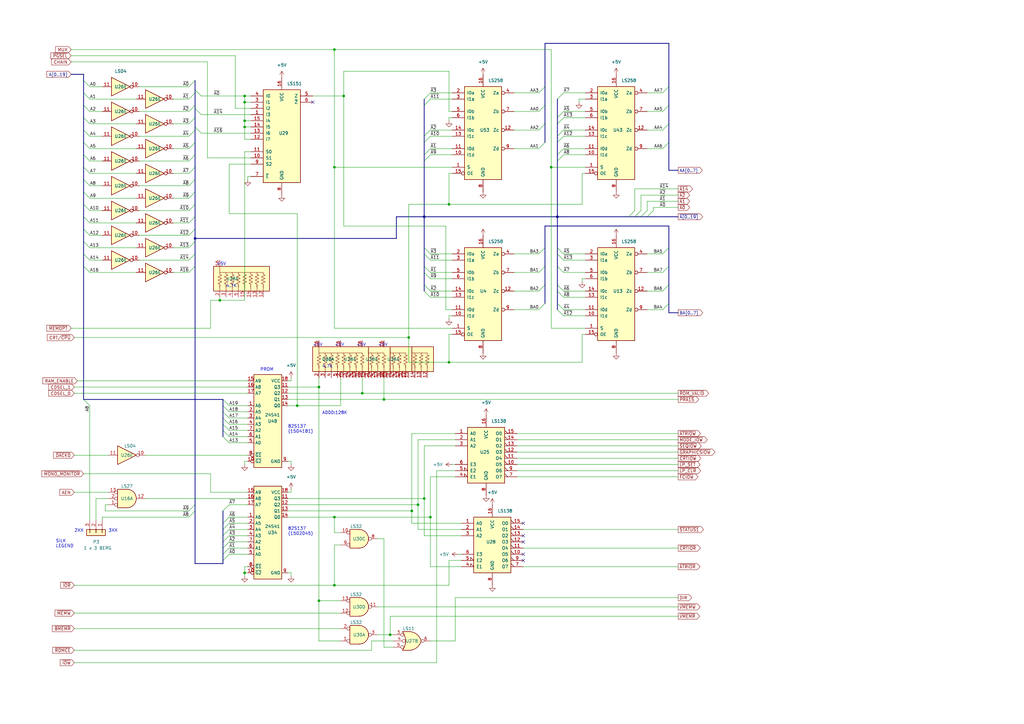
<source format=kicad_sch>
(kicad_sch (version 20230121) (generator eeschema)
  (paper "A3")
  (junction (at 173.99 204.47))
  (junction (at 140.97 39.37))
  (junction (at 90.17 123.19))
  (junction (at 173.99 88.9))
  (junction (at 137.16 240.03))
  (junction (at 168.91 209.55))
  (junction (at 160.02 260.35))
  (junction (at 176.53 212.09))
  (junction (at 80.01 97.79))
  (junction (at 148.59 161.29))
  (junction (at 167.64 138.43))
  (junction (at 157.48 163.83))
  (junction (at 100.33 49.53))
  (junction (at 184.15 148.59))
  (junction (at 130.81 246.38))
  (junction (at 100.33 234.95))
  (junction (at 100.33 39.37))
  (junction (at 121.92 166.37))
  (junction (at 226.06 68.58))
  (junction (at 137.16 212.09))
  (junction (at 137.16 20.32))
  (junction (at 171.45 207.01))
  (junction (at 137.16 68.58))
  (junction (at 184.15 83.82))
  (junction (at 228.6 88.9))
  (junction (at 100.33 52.07))
  (junction (at 130.81 158.75))
  (junction (at 100.33 41.91))
  (no_connect (at 214.63 219.71))
  (no_connect (at 214.63 214.63))
  (no_connect (at 214.63 227.33))
  (no_connect (at 214.63 229.87))
  (no_connect (at 128.27 41.91))
  (no_connect (at 214.63 222.25))
  (bus_entry (at 220.98 38.1) (size 2.54 -2.54))
  (bus_entry (at 228.6 48.26) (size 2.54 -2.54))
  (bus_entry (at 228.6 58.42) (size 2.54 -2.54))
  (bus_entry (at 260.35 88.9) (size 2.54 -2.54))
  (bus_entry (at 173.99 66.04) (size 2.54 -2.54))
  (bus_entry (at 271.78 60.96) (size 2.54 -2.54))
  (bus_entry (at 34.29 163.83) (size 2.54 2.54))
  (bus_entry (at 34.29 78.74) (size 2.54 2.54))
  (bus_entry (at 231.14 119.38) (size -2.54 -2.54))
  (bus_entry (at 34.29 33.02) (size 2.54 2.54))
  (bus_entry (at 77.47 50.8) (size 2.54 -2.54))
  (bus_entry (at 173.99 43.18) (size 2.54 -2.54))
  (bus_entry (at 231.14 121.92) (size -2.54 -2.54))
  (bus_entry (at 91.44 222.25) (size 2.54 -2.54))
  (bus_entry (at 220.98 111.76) (size 2.54 -2.54))
  (bus_entry (at 173.99 109.22) (size 2.54 2.54))
  (bus_entry (at 271.78 111.76) (size 2.54 -2.54))
  (bus_entry (at 91.44 209.55) (size 2.54 -2.54))
  (bus_entry (at 77.47 55.88) (size 2.54 -2.54))
  (bus_entry (at 91.44 219.71) (size 2.54 -2.54))
  (bus_entry (at 173.99 63.5) (size 2.54 -2.54))
  (bus_entry (at 91.44 227.33) (size 2.54 -2.54))
  (bus_entry (at 257.81 88.9) (size 2.54 -2.54))
  (bus_entry (at 34.29 43.18) (size 2.54 2.54))
  (bus_entry (at 91.44 171.45) (size 2.54 2.54))
  (bus_entry (at 77.47 111.76) (size 2.54 -2.54))
  (bus_entry (at 91.44 217.17) (size 2.54 -2.54))
  (bus_entry (at 231.14 127) (size -2.54 -2.54))
  (bus_entry (at 80.01 36.83) (size 2.54 2.54))
  (bus_entry (at 220.98 104.14) (size 2.54 -2.54))
  (bus_entry (at 220.98 60.96) (size 2.54 -2.54))
  (bus_entry (at 220.98 119.38) (size 2.54 -2.54))
  (bus_entry (at 228.6 50.8) (size 2.54 -2.54))
  (bus_entry (at 271.78 45.72) (size 2.54 -2.54))
  (bus_entry (at 173.99 104.14) (size 2.54 2.54))
  (bus_entry (at 77.47 66.04) (size 2.54 -2.54))
  (bus_entry (at 173.99 111.76) (size 2.54 2.54))
  (bus_entry (at 91.44 176.53) (size 2.54 2.54))
  (bus_entry (at 220.98 45.72) (size 2.54 -2.54))
  (bus_entry (at 173.99 40.64) (size 2.54 -2.54))
  (bus_entry (at 34.29 88.9) (size 2.54 2.54))
  (bus_entry (at 77.47 91.44) (size 2.54 -2.54))
  (bus_entry (at 77.47 86.36) (size 2.54 -2.54))
  (bus_entry (at 77.47 81.28) (size 2.54 -2.54))
  (bus_entry (at 91.44 179.07) (size 2.54 2.54))
  (bus_entry (at 34.29 48.26) (size 2.54 2.54))
  (bus_entry (at 77.47 96.52) (size 2.54 -2.54))
  (bus_entry (at 34.29 73.66) (size 2.54 2.54))
  (bus_entry (at 77.47 209.55) (size 2.54 -2.54))
  (bus_entry (at 91.44 168.91) (size 2.54 2.54))
  (bus_entry (at 231.14 129.54) (size -2.54 -2.54))
  (bus_entry (at 271.78 38.1) (size 2.54 -2.54))
  (bus_entry (at 228.6 63.5) (size 2.54 -2.54))
  (bus_entry (at 173.99 101.6) (size 2.54 2.54))
  (bus_entry (at 34.29 58.42) (size 2.54 2.54))
  (bus_entry (at 231.14 106.68) (size -2.54 -2.54))
  (bus_entry (at 220.98 53.34) (size 2.54 -2.54))
  (bus_entry (at 82.55 54.61) (size -2.54 -2.54))
  (bus_entry (at 220.98 127) (size 2.54 -2.54))
  (bus_entry (at 228.6 40.64) (size 2.54 -2.54))
  (bus_entry (at 77.47 106.68) (size 2.54 -2.54))
  (bus_entry (at 262.89 88.9) (size 2.54 -2.54))
  (bus_entry (at 271.78 127) (size 2.54 -2.54))
  (bus_entry (at 77.47 35.56) (size 2.54 -2.54))
  (bus_entry (at 173.99 55.88) (size 2.54 -2.54))
  (bus_entry (at 77.47 45.72) (size 2.54 -2.54))
  (bus_entry (at 173.99 58.42) (size 2.54 -2.54))
  (bus_entry (at 228.6 55.88) (size 2.54 -2.54))
  (bus_entry (at 34.29 93.98) (size 2.54 2.54))
  (bus_entry (at 34.29 53.34) (size 2.54 2.54))
  (bus_entry (at 77.47 101.6) (size 2.54 -2.54))
  (bus_entry (at 34.29 99.06) (size 2.54 2.54))
  (bus_entry (at 34.29 83.82) (size 2.54 2.54))
  (bus_entry (at 228.6 66.04) (size 2.54 -2.54))
  (bus_entry (at 231.14 111.76) (size -2.54 -2.54))
  (bus_entry (at 91.44 166.37) (size 2.54 2.54))
  (bus_entry (at 34.29 104.14) (size 2.54 2.54))
  (bus_entry (at 231.14 104.14) (size -2.54 -2.54))
  (bus_entry (at 91.44 229.87) (size 2.54 -2.54))
  (bus_entry (at 77.47 212.09) (size 2.54 -2.54))
  (bus_entry (at 34.29 38.1) (size 2.54 2.54))
  (bus_entry (at 34.29 68.58) (size 2.54 2.54))
  (bus_entry (at 34.29 109.22) (size 2.54 2.54))
  (bus_entry (at 91.44 224.79) (size 2.54 -2.54))
  (bus_entry (at 80.01 44.45) (size 2.54 2.54))
  (bus_entry (at 271.78 119.38) (size 2.54 -2.54))
  (bus_entry (at 173.99 116.84) (size 2.54 2.54))
  (bus_entry (at 271.78 53.34) (size 2.54 -2.54))
  (bus_entry (at 91.44 163.83) (size 2.54 2.54))
  (bus_entry (at 91.44 173.99) (size 2.54 2.54))
  (bus_entry (at 77.47 40.64) (size 2.54 -2.54))
  (bus_entry (at 77.47 76.2) (size 2.54 -2.54))
  (bus_entry (at 34.29 63.5) (size 2.54 2.54))
  (bus_entry (at 77.47 71.12) (size 2.54 -2.54))
  (bus_entry (at 271.78 104.14) (size 2.54 -2.54))
  (bus_entry (at 173.99 119.38) (size 2.54 2.54))
  (bus_entry (at 265.43 88.9) (size 2.54 -2.54))
  (bus_entry (at 91.44 214.63) (size 2.54 -2.54))
  (bus_entry (at 77.47 60.96) (size 2.54 -2.54))
  (wire (pts (xy 93.98 212.09) (xy 101.6 212.09)))
  (wire (pts (xy 154.94 248.92) (xy 278.13 248.92)))
  (bus (pts (xy 34.29 43.18) (xy 34.29 38.1)))
  (wire (pts (xy 118.11 163.83) (xy 157.48 163.83)))
  (bus (pts (xy 173.99 66.04) (xy 173.99 88.9)))
  (wire (pts (xy 212.09 195.58) (xy 278.13 195.58)))
  (wire (pts (xy 152.4 262.89) (xy 152.4 266.7)))
  (bus (pts (xy 173.99 58.42) (xy 173.99 63.5)))
  (bus (pts (xy 274.32 109.22) (xy 274.32 116.84)))
  (bus (pts (xy 223.52 58.42) (xy 223.52 50.8)))
  (bus (pts (xy 228.6 66.04) (xy 228.6 88.9)))
  (bus (pts (xy 80.01 78.74) (xy 80.01 73.66)))
  (wire (pts (xy 82.55 39.37) (xy 100.33 39.37)))
  (bus (pts (xy 228.6 104.14) (xy 228.6 109.22)))
  (bus (pts (xy 274.32 116.84) (xy 274.32 124.46)))
  (wire (pts (xy 93.98 227.33) (xy 101.6 227.33)))
  (wire (pts (xy 93.98 214.63) (xy 101.6 214.63)))
  (bus (pts (xy 274.32 17.78) (xy 274.32 35.56)))
  (bus (pts (xy 223.52 101.6) (xy 223.52 92.71)))
  (wire (pts (xy 186.69 262.89) (xy 186.69 245.11)))
  (wire (pts (xy 57.15 55.88) (xy 77.47 55.88)))
  (wire (pts (xy 231.14 119.38) (xy 240.03 119.38)))
  (wire (pts (xy 119.38 236.22) (xy 119.38 234.95)))
  (wire (pts (xy 186.69 180.34) (xy 171.45 180.34)))
  (wire (pts (xy 186.69 177.8) (xy 168.91 177.8)))
  (wire (pts (xy 118.11 161.29) (xy 148.59 161.29)))
  (wire (pts (xy 121.92 87.63) (xy 93.98 87.63)))
  (wire (pts (xy 121.92 166.37) (xy 139.7 166.37)))
  (bus (pts (xy 173.99 104.14) (xy 173.99 109.22)))
  (wire (pts (xy 102.87 39.37) (xy 100.33 39.37)))
  (wire (pts (xy 36.83 50.8) (xy 55.88 50.8)))
  (wire (pts (xy 184.15 48.26) (xy 184.15 49.53)))
  (wire (pts (xy 93.98 224.79) (xy 101.6 224.79)))
  (wire (pts (xy 36.83 106.68) (xy 41.91 106.68)))
  (wire (pts (xy 100.33 52.07) (xy 100.33 57.15)))
  (bus (pts (xy 173.99 88.9) (xy 173.99 101.6)))
  (bus (pts (xy 34.29 88.9) (xy 34.29 83.82)))
  (wire (pts (xy 176.53 262.89) (xy 186.69 262.89)))
  (wire (pts (xy 184.15 240.03) (xy 184.15 229.87)))
  (bus (pts (xy 262.89 88.9) (xy 265.43 88.9)))
  (wire (pts (xy 93.98 222.25) (xy 101.6 222.25)))
  (wire (pts (xy 137.16 240.03) (xy 184.15 240.03)))
  (bus (pts (xy 80.01 73.66) (xy 80.01 68.58)))
  (wire (pts (xy 185.42 68.58) (xy 137.16 68.58)))
  (wire (pts (xy 140.97 92.71) (xy 140.97 39.37)))
  (wire (pts (xy 44.45 207.01) (xy 43.18 207.01)))
  (wire (pts (xy 130.81 158.75) (xy 130.81 246.38)))
  (wire (pts (xy 100.33 62.23) (xy 102.87 62.23)))
  (wire (pts (xy 93.98 176.53) (xy 101.6 176.53)))
  (wire (pts (xy 36.83 111.76) (xy 55.88 111.76)))
  (bus (pts (xy 80.01 109.22) (xy 80.01 104.14)))
  (wire (pts (xy 57.15 35.56) (xy 77.47 35.56)))
  (wire (pts (xy 93.98 171.45) (xy 101.6 171.45)))
  (wire (pts (xy 43.18 207.01) (xy 43.18 209.55)))
  (wire (pts (xy 238.76 148.59) (xy 184.15 148.59)))
  (wire (pts (xy 161.29 265.43) (xy 157.48 265.43)))
  (wire (pts (xy 240.03 71.12) (xy 238.76 71.12)))
  (wire (pts (xy 185.42 190.5) (xy 186.69 190.5)))
  (bus (pts (xy 173.99 55.88) (xy 173.99 58.42)))
  (bus (pts (xy 80.01 43.18) (xy 80.01 38.1)))
  (wire (pts (xy 130.81 262.89) (xy 139.7 262.89)))
  (bus (pts (xy 34.29 109.22) (xy 34.29 163.83)))
  (bus (pts (xy 223.52 43.18) (xy 223.52 35.56)))
  (wire (pts (xy 102.87 72.39) (xy 101.6 72.39)))
  (wire (pts (xy 44.45 204.47) (xy 39.37 204.47)))
  (wire (pts (xy 43.18 209.55) (xy 77.47 209.55)))
  (wire (pts (xy 210.82 45.72) (xy 220.98 45.72)))
  (wire (pts (xy 137.16 20.32) (xy 137.16 68.58)))
  (wire (pts (xy 119.38 190.5) (xy 119.38 189.23)))
  (bus (pts (xy 91.44 227.33) (xy 91.44 229.87)))
  (wire (pts (xy 176.53 195.58) (xy 176.53 212.09)))
  (bus (pts (xy 228.6 109.22) (xy 228.6 116.84)))
  (wire (pts (xy 176.53 40.64) (xy 185.42 40.64)))
  (wire (pts (xy 102.87 44.45) (xy 96.52 44.45)))
  (wire (pts (xy 176.53 114.3) (xy 185.42 114.3)))
  (wire (pts (xy 212.09 190.5) (xy 278.13 190.5)))
  (wire (pts (xy 231.14 104.14) (xy 240.03 104.14)))
  (wire (pts (xy 93.98 67.31) (xy 102.87 67.31)))
  (wire (pts (xy 184.15 148.59) (xy 184.15 137.16)))
  (bus (pts (xy 162.56 97.79) (xy 162.56 88.9)))
  (wire (pts (xy 86.36 134.62) (xy 86.36 123.19)))
  (wire (pts (xy 182.88 127) (xy 182.88 92.71)))
  (wire (pts (xy 210.82 119.38) (xy 220.98 119.38)))
  (wire (pts (xy 167.64 148.59) (xy 184.15 148.59)))
  (wire (pts (xy 101.6 72.39) (xy 101.6 73.66)))
  (wire (pts (xy 100.33 57.15) (xy 102.87 57.15)))
  (wire (pts (xy 71.12 101.6) (xy 77.47 101.6)))
  (wire (pts (xy 118.11 212.09) (xy 137.16 212.09)))
  (wire (pts (xy 36.83 35.56) (xy 41.91 35.56)))
  (wire (pts (xy 86.36 123.19) (xy 90.17 123.19)))
  (bus (pts (xy 34.29 58.42) (xy 34.29 53.34)))
  (wire (pts (xy 34.29 194.31) (xy 86.36 194.31)))
  (bus (pts (xy 173.99 43.18) (xy 173.99 55.88)))
  (wire (pts (xy 30.48 161.29) (xy 101.6 161.29)))
  (bus (pts (xy 173.99 101.6) (xy 173.99 104.14)))
  (bus (pts (xy 274.32 101.6) (xy 274.32 109.22)))
  (wire (pts (xy 93.98 179.07) (xy 101.6 179.07)))
  (wire (pts (xy 212.09 182.88) (xy 278.13 182.88)))
  (bus (pts (xy 91.44 214.63) (xy 91.44 217.17)))
  (wire (pts (xy 130.81 158.75) (xy 130.81 154.94)))
  (wire (pts (xy 184.15 45.72) (xy 184.15 29.21)))
  (wire (pts (xy 184.15 29.21) (xy 140.97 29.21)))
  (bus (pts (xy 80.01 97.79) (xy 162.56 97.79)))
  (wire (pts (xy 157.48 220.98) (xy 154.94 220.98)))
  (bus (pts (xy 228.6 40.64) (xy 228.6 48.26)))
  (wire (pts (xy 167.64 138.43) (xy 167.64 148.59)))
  (wire (pts (xy 212.09 185.42) (xy 278.13 185.42)))
  (wire (pts (xy 36.83 66.04) (xy 41.91 66.04)))
  (bus (pts (xy 91.44 171.45) (xy 91.44 173.99)))
  (wire (pts (xy 86.36 201.93) (xy 86.36 194.31)))
  (wire (pts (xy 176.53 232.41) (xy 189.23 232.41)))
  (bus (pts (xy 223.52 35.56) (xy 223.52 17.78)))
  (wire (pts (xy 267.97 86.36) (xy 267.97 85.09)))
  (wire (pts (xy 130.81 246.38) (xy 139.7 246.38)))
  (wire (pts (xy 184.15 137.16) (xy 185.42 137.16)))
  (wire (pts (xy 186.69 193.04) (xy 179.07 193.04)))
  (wire (pts (xy 100.33 49.53) (xy 100.33 52.07)))
  (bus (pts (xy 274.32 50.8) (xy 274.32 58.42)))
  (bus (pts (xy 91.44 176.53) (xy 91.44 179.07)))
  (wire (pts (xy 262.89 80.01) (xy 278.13 80.01)))
  (wire (pts (xy 36.83 101.6) (xy 55.88 101.6)))
  (bus (pts (xy 80.01 104.14) (xy 80.01 99.06)))
  (bus (pts (xy 80.01 38.1) (xy 80.01 36.83)))
  (wire (pts (xy 187.96 227.33) (xy 189.23 227.33)))
  (wire (pts (xy 231.14 121.92) (xy 240.03 121.92)))
  (wire (pts (xy 184.15 83.82) (xy 167.64 83.82)))
  (wire (pts (xy 101.6 232.41) (xy 100.33 232.41)))
  (wire (pts (xy 29.21 25.4) (xy 85.09 25.4)))
  (wire (pts (xy 184.15 71.12) (xy 185.42 71.12)))
  (wire (pts (xy 212.09 180.34) (xy 278.13 180.34)))
  (wire (pts (xy 231.14 106.68) (xy 240.03 106.68)))
  (wire (pts (xy 100.33 49.53) (xy 102.87 49.53)))
  (bus (pts (xy 34.29 38.1) (xy 34.29 33.02)))
  (wire (pts (xy 57.15 86.36) (xy 77.47 86.36)))
  (wire (pts (xy 265.43 86.36) (xy 265.43 82.55)))
  (wire (pts (xy 30.48 257.81) (xy 139.7 257.81)))
  (wire (pts (xy 160.02 260.35) (xy 160.02 252.73)))
  (bus (pts (xy 91.44 173.99) (xy 91.44 176.53)))
  (wire (pts (xy 210.82 38.1) (xy 220.98 38.1)))
  (wire (pts (xy 36.83 71.12) (xy 55.88 71.12)))
  (wire (pts (xy 238.76 114.3) (xy 240.03 114.3)))
  (wire (pts (xy 265.43 82.55) (xy 278.13 82.55)))
  (bus (pts (xy 173.99 40.64) (xy 173.99 43.18)))
  (wire (pts (xy 57.15 96.52) (xy 77.47 96.52)))
  (bus (pts (xy 34.29 33.02) (xy 34.29 30.48)))
  (wire (pts (xy 101.6 201.93) (xy 86.36 201.93)))
  (wire (pts (xy 265.43 53.34) (xy 271.78 53.34)))
  (wire (pts (xy 118.11 158.75) (xy 130.81 158.75)))
  (bus (pts (xy 274.32 128.27) (xy 278.13 128.27)))
  (bus (pts (xy 223.52 124.46) (xy 223.52 116.84)))
  (wire (pts (xy 100.33 189.23) (xy 100.33 190.5)))
  (wire (pts (xy 176.53 121.92) (xy 185.42 121.92)))
  (wire (pts (xy 119.38 200.66) (xy 119.38 201.93)))
  (wire (pts (xy 100.33 234.95) (xy 100.33 236.22)))
  (bus (pts (xy 91.44 224.79) (xy 91.44 227.33)))
  (bus (pts (xy 80.01 207.01) (xy 80.01 209.55)))
  (bus (pts (xy 274.32 35.56) (xy 274.32 43.18)))
  (wire (pts (xy 119.38 154.94) (xy 119.38 156.21)))
  (wire (pts (xy 176.53 104.14) (xy 185.42 104.14)))
  (bus (pts (xy 80.01 58.42) (xy 80.01 53.34)))
  (bus (pts (xy 228.6 88.9) (xy 257.81 88.9)))
  (wire (pts (xy 184.15 229.87) (xy 189.23 229.87)))
  (bus (pts (xy 34.29 83.82) (xy 34.29 78.74)))
  (wire (pts (xy 184.15 129.54) (xy 184.15 130.81)))
  (bus (pts (xy 260.35 88.9) (xy 262.89 88.9)))
  (wire (pts (xy 173.99 204.47) (xy 173.99 182.88)))
  (bus (pts (xy 34.29 78.74) (xy 34.29 73.66)))
  (wire (pts (xy 231.14 53.34) (xy 240.03 53.34)))
  (bus (pts (xy 173.99 63.5) (xy 173.99 66.04)))
  (bus (pts (xy 162.56 88.9) (xy 173.99 88.9)))
  (wire (pts (xy 137.16 68.58) (xy 137.16 134.62)))
  (wire (pts (xy 184.15 71.12) (xy 184.15 83.82)))
  (bus (pts (xy 173.99 109.22) (xy 173.99 111.76)))
  (wire (pts (xy 139.7 166.37) (xy 139.7 154.94)))
  (wire (pts (xy 265.43 104.14) (xy 271.78 104.14)))
  (wire (pts (xy 118.11 156.21) (xy 119.38 156.21)))
  (bus (pts (xy 228.6 124.46) (xy 228.6 127)))
  (bus (pts (xy 223.52 92.71) (xy 274.32 92.71)))
  (bus (pts (xy 80.01 88.9) (xy 80.01 93.98)))
  (bus (pts (xy 34.29 109.22) (xy 34.29 104.14)))
  (wire (pts (xy 100.33 41.91) (xy 102.87 41.91)))
  (wire (pts (xy 231.14 55.88) (xy 240.03 55.88)))
  (wire (pts (xy 118.11 234.95) (xy 119.38 234.95)))
  (wire (pts (xy 231.14 48.26) (xy 240.03 48.26)))
  (wire (pts (xy 267.97 85.09) (xy 278.13 85.09)))
  (wire (pts (xy 59.69 204.47) (xy 101.6 204.47)))
  (wire (pts (xy 176.53 60.96) (xy 185.42 60.96)))
  (bus (pts (xy 228.6 119.38) (xy 228.6 124.46)))
  (wire (pts (xy 176.53 38.1) (xy 185.42 38.1)))
  (wire (pts (xy 210.82 127) (xy 220.98 127)))
  (bus (pts (xy 173.99 116.84) (xy 173.99 119.38)))
  (wire (pts (xy 137.16 20.32) (xy 226.06 20.32)))
  (bus (pts (xy 34.29 68.58) (xy 34.29 63.5)))
  (wire (pts (xy 57.15 45.72) (xy 77.47 45.72)))
  (bus (pts (xy 223.52 109.22) (xy 223.52 101.6)))
  (wire (pts (xy 30.48 186.69) (xy 44.45 186.69)))
  (wire (pts (xy 148.59 161.29) (xy 148.59 154.94)))
  (wire (pts (xy 171.45 217.17) (xy 189.23 217.17)))
  (bus (pts (xy 223.52 116.84) (xy 223.52 109.22)))
  (wire (pts (xy 31.75 156.21) (xy 101.6 156.21)))
  (wire (pts (xy 100.33 39.37) (xy 100.33 41.91)))
  (wire (pts (xy 237.49 40.64) (xy 237.49 41.91)))
  (wire (pts (xy 176.53 63.5) (xy 185.42 63.5)))
  (bus (pts (xy 228.6 88.9) (xy 173.99 88.9)))
  (wire (pts (xy 262.89 86.36) (xy 262.89 80.01)))
  (wire (pts (xy 171.45 180.34) (xy 171.45 207.01)))
  (wire (pts (xy 100.33 232.41) (xy 100.33 234.95)))
  (bus (pts (xy 34.29 163.83) (xy 91.44 163.83)))
  (bus (pts (xy 80.01 52.07) (xy 80.01 48.26)))
  (wire (pts (xy 39.37 204.47) (xy 39.37 213.36)))
  (bus (pts (xy 80.01 97.79) (xy 80.01 99.06)))
  (wire (pts (xy 29.21 134.62) (xy 86.36 134.62)))
  (bus (pts (xy 80.01 48.26) (xy 80.01 44.45)))
  (wire (pts (xy 265.43 38.1) (xy 271.78 38.1)))
  (wire (pts (xy 168.91 209.55) (xy 168.91 214.63)))
  (wire (pts (xy 36.83 55.88) (xy 41.91 55.88)))
  (wire (pts (xy 71.12 60.96) (xy 77.47 60.96)))
  (bus (pts (xy 91.44 166.37) (xy 91.44 168.91)))
  (wire (pts (xy 231.14 111.76) (xy 240.03 111.76)))
  (wire (pts (xy 30.48 138.43) (xy 167.64 138.43)))
  (bus (pts (xy 80.01 63.5) (xy 80.01 58.42)))
  (wire (pts (xy 137.16 134.62) (xy 185.42 134.62)))
  (wire (pts (xy 173.99 219.71) (xy 189.23 219.71)))
  (bus (pts (xy 91.44 217.17) (xy 91.44 219.71)))
  (bus (pts (xy 228.6 63.5) (xy 228.6 66.04)))
  (bus (pts (xy 34.29 104.14) (xy 34.29 99.06)))
  (wire (pts (xy 212.09 177.8) (xy 278.13 177.8)))
  (wire (pts (xy 41.91 213.36) (xy 41.91 212.09)))
  (wire (pts (xy 240.03 134.62) (xy 226.06 134.62)))
  (wire (pts (xy 214.63 232.41) (xy 278.13 232.41)))
  (wire (pts (xy 176.53 106.68) (xy 185.42 106.68)))
  (wire (pts (xy 36.83 86.36) (xy 41.91 86.36)))
  (wire (pts (xy 260.35 77.47) (xy 260.35 86.36)))
  (wire (pts (xy 168.91 177.8) (xy 168.91 209.55)))
  (wire (pts (xy 102.87 64.77) (xy 85.09 64.77)))
  (bus (pts (xy 91.44 209.55) (xy 91.44 214.63)))
  (wire (pts (xy 238.76 83.82) (xy 184.15 83.82)))
  (wire (pts (xy 71.12 81.28) (xy 77.47 81.28)))
  (wire (pts (xy 71.12 111.76) (xy 77.47 111.76)))
  (bus (pts (xy 34.29 73.66) (xy 34.29 68.58)))
  (wire (pts (xy 160.02 260.35) (xy 161.29 260.35)))
  (wire (pts (xy 171.45 207.01) (xy 171.45 217.17)))
  (wire (pts (xy 231.14 38.1) (xy 240.03 38.1)))
  (wire (pts (xy 101.6 189.23) (xy 100.33 189.23)))
  (wire (pts (xy 265.43 45.72) (xy 271.78 45.72)))
  (wire (pts (xy 176.53 119.38) (xy 185.42 119.38)))
  (wire (pts (xy 210.82 104.14) (xy 220.98 104.14)))
  (wire (pts (xy 101.6 234.95) (xy 100.33 234.95)))
  (bus (pts (xy 29.21 30.48) (xy 34.29 30.48)))
  (bus (pts (xy 80.01 93.98) (xy 80.01 97.79)))
  (wire (pts (xy 137.16 212.09) (xy 176.53 212.09)))
  (wire (pts (xy 118.11 204.47) (xy 173.99 204.47)))
  (wire (pts (xy 96.52 44.45) (xy 96.52 22.86)))
  (bus (pts (xy 80.01 209.55) (xy 80.01 231.14)))
  (wire (pts (xy 214.63 217.17) (xy 278.13 217.17)))
  (wire (pts (xy 176.53 53.34) (xy 185.42 53.34)))
  (bus (pts (xy 80.01 36.83) (xy 80.01 33.02)))
  (wire (pts (xy 30.48 240.03) (xy 137.16 240.03)))
  (wire (pts (xy 139.7 218.44) (xy 137.16 218.44)))
  (wire (pts (xy 57.15 66.04) (xy 77.47 66.04)))
  (wire (pts (xy 148.59 161.29) (xy 278.13 161.29)))
  (wire (pts (xy 176.53 111.76) (xy 185.42 111.76)))
  (wire (pts (xy 214.63 224.79) (xy 278.13 224.79)))
  (wire (pts (xy 226.06 68.58) (xy 240.03 68.58)))
  (bus (pts (xy 80.01 83.82) (xy 80.01 88.9)))
  (wire (pts (xy 185.42 45.72) (xy 184.15 45.72)))
  (wire (pts (xy 231.14 60.96) (xy 240.03 60.96)))
  (wire (pts (xy 182.88 92.71) (xy 140.97 92.71)))
  (wire (pts (xy 36.83 45.72) (xy 41.91 45.72)))
  (bus (pts (xy 228.6 50.8) (xy 228.6 55.88)))
  (wire (pts (xy 93.98 219.71) (xy 101.6 219.71)))
  (wire (pts (xy 161.29 262.89) (xy 152.4 262.89)))
  (bus (pts (xy 223.52 50.8) (xy 223.52 43.18)))
  (wire (pts (xy 100.33 62.23) (xy 100.33 123.19)))
  (wire (pts (xy 226.06 134.62) (xy 226.06 68.58)))
  (bus (pts (xy 91.44 222.25) (xy 91.44 224.79)))
  (bus (pts (xy 91.44 229.87) (xy 91.44 231.14)))
  (wire (pts (xy 231.14 45.72) (xy 240.03 45.72)))
  (wire (pts (xy 93.98 173.99) (xy 101.6 173.99)))
  (wire (pts (xy 167.64 83.82) (xy 167.64 138.43)))
  (wire (pts (xy 157.48 163.83) (xy 278.13 163.83)))
  (bus (pts (xy 80.01 83.82) (xy 80.01 78.74)))
  (wire (pts (xy 186.69 195.58) (xy 176.53 195.58)))
  (wire (pts (xy 100.33 52.07) (xy 102.87 52.07)))
  (bus (pts (xy 274.32 92.71) (xy 274.32 101.6)))
  (bus (pts (xy 173.99 111.76) (xy 173.99 116.84)))
  (bus (pts (xy 34.29 99.06) (xy 34.29 93.98)))
  (wire (pts (xy 140.97 29.21) (xy 140.97 39.37)))
  (wire (pts (xy 71.12 71.12) (xy 77.47 71.12)))
  (wire (pts (xy 212.09 193.04) (xy 278.13 193.04)))
  (bus (pts (xy 228.6 48.26) (xy 228.6 50.8)))
  (wire (pts (xy 212.09 187.96) (xy 278.13 187.96)))
  (wire (pts (xy 57.15 106.68) (xy 77.47 106.68)))
  (wire (pts (xy 137.16 223.52) (xy 137.16 240.03)))
  (wire (pts (xy 210.82 60.96) (xy 220.98 60.96)))
  (wire (pts (xy 93.98 87.63) (xy 93.98 67.31)))
  (wire (pts (xy 265.43 119.38) (xy 271.78 119.38)))
  (wire (pts (xy 36.83 60.96) (xy 55.88 60.96)))
  (wire (pts (xy 265.43 127) (xy 271.78 127)))
  (wire (pts (xy 30.48 251.46) (xy 139.7 251.46)))
  (wire (pts (xy 36.83 81.28) (xy 55.88 81.28)))
  (bus (pts (xy 223.52 17.78) (xy 274.32 17.78)))
  (bus (pts (xy 91.44 168.91) (xy 91.44 171.45)))
  (wire (pts (xy 100.33 41.91) (xy 100.33 49.53)))
  (wire (pts (xy 231.14 127) (xy 240.03 127)))
  (wire (pts (xy 85.09 64.77) (xy 85.09 25.4)))
  (wire (pts (xy 118.11 209.55) (xy 168.91 209.55)))
  (wire (pts (xy 93.98 168.91) (xy 101.6 168.91)))
  (bus (pts (xy 91.44 231.14) (xy 80.01 231.14)))
  (wire (pts (xy 36.83 40.64) (xy 55.88 40.64)))
  (bus (pts (xy 80.01 53.34) (xy 80.01 52.07)))
  (wire (pts (xy 30.48 266.7) (xy 152.4 266.7)))
  (bus (pts (xy 34.29 63.5) (xy 34.29 58.42)))
  (bus (pts (xy 34.29 53.34) (xy 34.29 48.26)))
  (wire (pts (xy 238.76 137.16) (xy 238.76 148.59)))
  (wire (pts (xy 93.98 217.17) (xy 101.6 217.17)))
  (wire (pts (xy 237.49 40.64) (xy 240.03 40.64)))
  (bus (pts (xy 228.6 58.42) (xy 228.6 63.5)))
  (bus (pts (xy 91.44 219.71) (xy 91.44 222.25)))
  (wire (pts (xy 30.48 271.78) (xy 179.07 271.78)))
  (wire (pts (xy 154.94 260.35) (xy 160.02 260.35)))
  (wire (pts (xy 278.13 77.47) (xy 260.35 77.47)))
  (wire (pts (xy 93.98 181.61) (xy 101.6 181.61)))
  (wire (pts (xy 240.03 137.16) (xy 238.76 137.16)))
  (wire (pts (xy 173.99 182.88) (xy 186.69 182.88)))
  (wire (pts (xy 210.82 111.76) (xy 220.98 111.76)))
  (bus (pts (xy 228.6 116.84) (xy 228.6 119.38)))
  (wire (pts (xy 185.42 48.26) (xy 184.15 48.26)))
  (wire (pts (xy 90.17 123.19) (xy 90.17 121.92)))
  (wire (pts (xy 157.48 265.43) (xy 157.48 220.98)))
  (wire (pts (xy 160.02 252.73) (xy 278.13 252.73)))
  (wire (pts (xy 41.91 212.09) (xy 77.47 212.09)))
  (wire (pts (xy 265.43 60.96) (xy 271.78 60.96)))
  (wire (pts (xy 231.14 63.5) (xy 240.03 63.5)))
  (wire (pts (xy 93.98 166.37) (xy 101.6 166.37)))
  (wire (pts (xy 226.06 68.58) (xy 226.06 20.32)))
  (bus (pts (xy 274.32 43.18) (xy 274.32 50.8)))
  (wire (pts (xy 30.48 158.75) (xy 101.6 158.75)))
  (bus (pts (xy 80.01 44.45) (xy 80.01 43.18)))
  (wire (pts (xy 71.12 50.8) (xy 77.47 50.8)))
  (wire (pts (xy 57.15 76.2) (xy 77.47 76.2)))
  (bus (pts (xy 91.44 163.83) (xy 91.44 166.37)))
  (wire (pts (xy 139.7 223.52) (xy 137.16 223.52)))
  (bus (pts (xy 34.29 48.26) (xy 34.29 43.18)))
  (wire (pts (xy 118.11 207.01) (xy 171.45 207.01)))
  (wire (pts (xy 82.55 46.99) (xy 102.87 46.99)))
  (wire (pts (xy 71.12 40.64) (xy 77.47 40.64)))
  (wire (pts (xy 118.11 201.93) (xy 119.38 201.93)))
  (wire (pts (xy 186.69 245.11) (xy 278.13 245.11)))
  (bus (pts (xy 228.6 101.6) (xy 228.6 104.14)))
  (wire (pts (xy 36.83 91.44) (xy 55.88 91.44)))
  (bus (pts (xy 80.01 109.22) (xy 80.01 207.01)))
  (wire (pts (xy 118.11 166.37) (xy 121.92 166.37)))
  (bus (pts (xy 34.29 93.98) (xy 34.29 88.9)))
  (wire (pts (xy 184.15 129.54) (xy 185.42 129.54)))
  (wire (pts (xy 173.99 204.47) (xy 173.99 219.71)))
  (wire (pts (xy 102.87 54.61) (xy 82.55 54.61)))
  (wire (pts (xy 182.88 127) (xy 185.42 127)))
  (wire (pts (xy 121.92 166.37) (xy 121.92 87.63)))
  (wire (pts (xy 238.76 71.12) (xy 238.76 83.82)))
  (bus (pts (xy 228.6 55.88) (xy 228.6 58.42)))
  (wire (pts (xy 176.53 212.09) (xy 176.53 232.41)))
  (bus (pts (xy 228.6 88.9) (xy 228.6 101.6)))
  (wire (pts (xy 176.53 55.88) (xy 185.42 55.88)))
  (wire (pts (xy 210.82 53.34) (xy 220.98 53.34)))
  (wire (pts (xy 36.83 166.37) (xy 36.83 213.36)))
  (wire (pts (xy 168.91 214.63) (xy 189.23 214.63)))
  (wire (pts (xy 59.69 186.69) (xy 101.6 186.69)))
  (wire (pts (xy 265.43 111.76) (xy 271.78 111.76)))
  (bus (pts (xy 80.01 68.58) (xy 80.01 63.5)))
  (wire (pts (xy 118.11 189.23) (xy 119.38 189.23)))
  (wire (pts (xy 231.14 129.54) (xy 240.03 129.54)))
  (wire (pts (xy 36.83 76.2) (xy 41.91 76.2)))
  (wire (pts (xy 128.27 39.37) (xy 140.97 39.37)))
  (wire (pts (xy 29.21 20.32) (xy 137.16 20.32)))
  (bus (pts (xy 274.32 58.42) (xy 274.32 69.85)))
  (wire (pts (xy 93.98 207.01) (xy 101.6 207.01)))
  (bus (pts (xy 265.43 88.9) (xy 278.13 88.9)))
  (wire (pts (xy 179.07 193.04) (xy 179.07 271.78)))
  (wire (pts (xy 29.21 22.86) (xy 96.52 22.86)))
  (wire (pts (xy 71.12 91.44) (xy 77.47 91.44)))
  (wire (pts (xy 137.16 212.09) (xy 137.16 218.44)))
  (wire (pts (xy 30.48 201.93) (xy 44.45 201.93)))
  (wire (pts (xy 90.17 123.19) (xy 100.33 123.19)))
  (wire (pts (xy 130.81 246.38) (xy 130.81 262.89)))
  (bus (pts (xy 274.32 124.46) (xy 274.32 128.27)))
  (bus (pts (xy 257.81 88.9) (xy 260.35 88.9)))
  (wire (pts (xy 36.83 96.52) (xy 41.91 96.52)))
  (wire (pts (xy 157.48 163.83) (xy 157.48 154.94)))
  (wire (pts (xy 238.76 114.3) (xy 238.76 115.57)))
  (bus (pts (xy 274.32 69.85) (xy 278.13 69.85)))
  (text "82S137\n(1504181)" (at 118.11 177.8 0) (effects (font (size 1.27 1.27)) (justify left bottom)))
  (text "+5V" (at 146.05 142.24 0) (effects (font (size 1.27 1.27)) (justify left bottom)))
  (text "PROM" (at 106.68 152.4 0) (effects (font (size 1.27 1.27)) (justify left bottom)))
  (text "4.7K" (at 132.08 151.13 0) (effects (font (size 1.27 1.27)) (justify left bottom)))
  (text "4.7K" (at 92.71 118.11 0) (effects (font (size 1.27 1.27)) (justify left bottom)))
  (text "A000:128K" (at 132.08 170.18 0) (effects (font (size 1.27 1.27)) (justify left bottom)))
  (text "2XX" (at 30.48 218.44 0) (effects (font (size 1.27 1.27)) (justify left bottom)))
  (text "+5V" (at 137.16 142.24 0) (effects (font (size 1.27 1.27)) (justify left bottom)))
  (text "+5V" (at 88.6996 109.0769 0) (effects (font (size 1.27 1.27)) (justify left bottom)))
  (text "82S137\n(1502045)" (at 118.11 219.71 0) (effects (font (size 1.27 1.27)) (justify left bottom)))
  (text "+5V" (at 128.27 142.24 0) (effects (font (size 1.27 1.27)) (justify left bottom)))
  (text "SILK\nLEGEND" (at 22.86 224.79 0) (effects (font (size 1.27 1.27)) (justify left bottom)))
  (text "+5V" (at 154.94 142.24 0) (effects (font (size 1.27 1.27)) (justify left bottom)))
  (text "3XX" (at 44.45 218.44 0) (effects (font (size 1.27 1.27)) (justify left bottom)))
  (label "AA0" (at 220.98 45.72 180))
  (label "~{A9}" (at 77.47 209.55 180))
  (label "A14" (at 93.98 179.07 0))
  (label "~{A4}" (at 231.14 127 0))
  (label "~{A14}" (at 270.51 77.47 0))
  (label "~{A7}" (at 77.47 71.12 180))
  (label "~{A7}" (at 231.14 111.76 0))
  (label "~{A1}" (at 176.53 111.76 0))
  (label "~{A2}" (at 93.98 222.25 0))
  (label "~{A7}" (at 93.98 207.01 0))
  (label "~{A6}" (at 77.47 66.04 180))
  (label "A0" (at 36.83 35.56 0))
  (label "~{A1}" (at 270.51 82.55 0))
  (label "~{A7}" (at 231.14 38.1 0))
  (label "AA5" (at 271.78 45.72 180))
  (label "~{A6}" (at 231.14 60.96 0))
  (label "~{A4}" (at 231.14 53.34 0))
  (label "~{A1}" (at 93.98 224.79 0))
  (label "~{A5}" (at 93.98 214.63 0))
  (label "AA2" (at 220.98 53.34 180))
  (label "~{A10}" (at 176.53 121.92 0))
  (label "A6" (at 36.83 66.04 0))
  (label "~{A2}" (at 77.47 45.72 180))
  (label "~{A14}" (at 87.63 46.99 0))
  (label "BA6" (at 271.78 119.38 180))
  (label "A16" (at 93.98 173.99 0))
  (label "~{A12}" (at 77.47 96.52 180))
  (label "~{A10}" (at 77.47 86.36 180))
  (label "BA4" (at 271.78 127 180))
  (label "~{A10}" (at 176.53 55.88 0))
  (label "~{A3}" (at 77.47 50.8 180))
  (label "~{A11}" (at 176.53 40.64 0))
  (label "A10" (at 36.83 86.36 0))
  (label "BA3" (at 220.98 104.14 180))
  (label "~{A16}" (at 77.47 111.76 180))
  (label "A1" (at 36.83 40.64 0))
  (label "~{A2}" (at 270.51 80.01 0))
  (label "A17" (at 93.98 171.45 0))
  (label "~{A5}" (at 231.14 104.14 0))
  (label "A3" (at 36.83 50.8 0))
  (label "A18" (at 93.98 168.91 0))
  (label "~{A6}" (at 93.98 212.09 0))
  (label "~{A1}" (at 77.47 40.64 180))
  (label "~{A3}" (at 176.53 38.1 0))
  (label "~{A13}" (at 231.14 106.68 0))
  (label "~{A12}" (at 231.14 129.54 0))
  (label "~{A13}" (at 77.47 101.6 180))
  (label "A5" (at 36.83 60.96 0))
  (label "A9" (at 36.83 81.28 0))
  (label "BA1" (at 220.98 111.76 180))
  (label "~{A11}" (at 77.47 91.44 180))
  (label "~{A11}" (at 176.53 106.68 0))
  (label "A14" (at 36.83 106.68 0))
  (label "~{A4}" (at 77.47 55.88 180))
  (label "~{A3}" (at 93.98 219.71 0))
  (label "~{A5}" (at 77.47 60.96 180))
  (label "~{A16}" (at 87.63 54.61 0))
  (label "~{A8}" (at 231.14 63.5 0))
  (label "~{A0}" (at 93.98 227.33 0))
  (label "~{A3}" (at 176.53 104.14 0))
  (label "A7" (at 36.83 71.12 0))
  (label "~{A8}" (at 77.47 76.2 180))
  (label "~{A5}" (at 231.14 45.72 0))
  (label "BA2" (at 220.98 119.38 180))
  (label "AA1" (at 220.98 60.96 180))
  (label "A8" (at 36.83 76.2 0))
  (label "A11" (at 36.83 91.44 0))
  (label "A4" (at 36.83 55.88 0))
  (label "~{A0}" (at 87.63 39.37 0))
  (label "A13" (at 36.83 101.6 0))
  (label "AA7" (at 271.78 38.1 180))
  (label "~{A2}" (at 176.53 53.34 0))
  (label "A15" (at 93.98 176.53 0))
  (label "~{A0}" (at 270.51 85.09 0))
  (label "AA6" (at 271.78 60.96 180))
  (label "~{A4}" (at 93.98 217.17 0))
  (label "~{A13}" (at 231.14 48.26 0))
  (label "AA3" (at 220.98 38.1 180))
  (label "~{A0}" (at 77.47 35.56 180))
  (label "BA0" (at 220.98 127 180))
  (label "~{A8}" (at 77.47 212.09 180))
  (label "BA7" (at 271.78 111.76 180))
  (label "A19" (at 93.98 166.37 0))
  (label "~{A12}" (at 231.14 55.88 0))
  (label "A13" (at 93.98 181.61 0))
  (label "A12" (at 36.83 96.52 0))
  (label "AA4" (at 271.78 53.34 180))
  (label "~{A9}" (at 176.53 114.3 0))
  (label "~{A9}" (at 77.47 81.28 180))
  (label "~{A8}" (at 231.14 121.92 0))
  (label "~{A6}" (at 231.14 119.38 0))
  (label "A2" (at 36.83 45.72 0))
  (label "A16" (at 36.83 111.76 0))
  (label "A8" (at 36.83 166.37 270))
  (label "~{A9}" (at 176.53 63.5 0))
  (label "~{A14}" (at 77.47 106.68 180))
  (label "~{A2}" (at 176.53 119.38 0))
  (label "~{A1}" (at 176.53 60.96 0))
  (label "BA5" (at 271.78 104.14 180))
  (global_label "~{A14}" (shape output) (at 278.13 77.47 0) (property "Intersheetrefs" "${INTERSHEET_REFS}" (at 284.6228 77.47 0) (effects (justify left))))
  (global_label "~{MONO_MONITOR}" (shape input) (at 34.29 194.31 180) (property "Intersheetrefs" "${INTERSHEET_REFS}" (at 16.609 194.31 0) (effects (justify right))))
  (global_label "~{CRTIOW}" (shape output) (at 278.13 187.96 0) (property "Intersheetrefs" "${INTERSHEET_REFS}" (at 288.0095 187.96 0) (effects (justify left))))
  (global_label "~{DACK0}" (shape input) (at 30.48 186.69 180) (property "Intersheetrefs" "${INTERSHEET_REFS}" (at 21.3867 186.69 0) (effects (justify right))))
  (global_label "CRT{slash}~{CPU}" (shape input) (at 30.48 138.43 180) (property "Intersheetrefs" "${INTERSHEET_REFS}" (at 18.7862 138.43 0) (effects (justify right))))
  (global_label "~{VMEMW}" (shape output) (at 278.13 248.92 0) (property "Intersheetrefs" "${INTERSHEET_REFS}" (at 287.707 248.92 0) (effects (justify left))))
  (global_label "~{LP_CLR}" (shape output) (at 278.13 193.04 0) (property "Intersheetrefs" "${INTERSHEET_REFS}" (at 287.949 193.04 0) (effects (justify left))))
  (global_label "~{IOW}" (shape input) (at 30.48 271.78 180) (property "Intersheetrefs" "${INTERSHEET_REFS}" (at 24.1081 271.78 0) (effects (justify right))))
  (global_label "~{LP_SET}" (shape output) (at 278.13 190.5 0) (property "Intersheetrefs" "${INTERSHEET_REFS}" (at 287.707 190.5 0) (effects (justify left))))
  (global_label "CDSEL_1" (shape input) (at 30.48 158.75 180) (property "Intersheetrefs" "${INTERSHEET_REFS}" (at 19.3911 158.75 0) (effects (justify right))))
  (global_label "~{CRTIOR}" (shape output) (at 278.13 224.79 0) (property "Intersheetrefs" "${INTERSHEET_REFS}" (at 287.8281 224.79 0) (effects (justify left))))
  (global_label "~{A0}" (shape output) (at 278.13 85.09 0) (property "Intersheetrefs" "${INTERSHEET_REFS}" (at 283.4133 85.09 0) (effects (justify left))))
  (global_label "RAM_ENABLE" (shape input) (at 31.75 156.21 180) (property "Intersheetrefs" "${INTERSHEET_REFS}" (at 16.972 156.21 0) (effects (justify right))))
  (global_label "~{ROM_VALID}" (shape output) (at 278.13 161.29 0) (property "Intersheetrefs" "${INTERSHEET_REFS}" (at 291.2148 161.29 0) (effects (justify left))))
  (global_label "AEN" (shape input) (at 30.48 201.93 180) (property "Intersheetrefs" "${INTERSHEET_REFS}" (at 23.9267 201.93 0) (effects (justify right))))
  (global_label "~{MODE_IOW}" (shape output) (at 278.13 180.34 0) (property "Intersheetrefs" "${INTERSHEET_REFS}" (at 290.6704 180.34 0) (effects (justify left))))
  (global_label "~{FCIOW}" (shape output) (at 278.13 195.58 0) (property "Intersheetrefs" "${INTERSHEET_REFS}" (at 286.8605 195.58 0) (effects (justify left))))
  (global_label "~{ATRIOW}" (shape output) (at 278.13 177.8 0) (property "Intersheetrefs" "${INTERSHEET_REFS}" (at 287.8281 177.8 0) (effects (justify left))))
  (global_label "A[0..19]" (shape input) (at 29.21 30.48 180) (property "Intersheetrefs" "${INTERSHEET_REFS}" (at 18.6047 30.48 0) (effects (justify right))))
  (global_label "AA[0..7]" (shape output) (at 278.13 69.85 0) (property "Intersheetrefs" "${INTERSHEET_REFS}" (at 288.6144 69.85 0) (effects (justify left))))
  (global_label "~{A1}" (shape output) (at 278.13 82.55 0) (property "Intersheetrefs" "${INTERSHEET_REFS}" (at 283.4133 82.55 0) (effects (justify left))))
  (global_label "~{GRAPHICSIOW}" (shape output) (at 278.13 185.42 0) (property "Intersheetrefs" "${INTERSHEET_REFS}" (at 293.8153 185.42 0) (effects (justify left))))
  (global_label "BA[0..7]" (shape output) (at 278.13 128.27 0) (property "Intersheetrefs" "${INTERSHEET_REFS}" (at 288.7958 128.27 0) (effects (justify left))))
  (global_label "~{BMEMR}" (shape input) (at 30.48 257.81 180) (property "Intersheetrefs" "${INTERSHEET_REFS}" (at 20.903 257.81 0) (effects (justify right))))
  (global_label "~{A2}" (shape output) (at 278.13 80.01 0) (property "Intersheetrefs" "${INTERSHEET_REFS}" (at 283.4133 80.01 0) (effects (justify left))))
  (global_label "~{STATUS1}" (shape output) (at 278.13 217.17 0) (property "Intersheetrefs" "${INTERSHEET_REFS}" (at 289.098 217.17 0) (effects (justify left))))
  (global_label "CHAIN" (shape input) (at 29.21 25.4 180) (property "Intersheetrefs" "${INTERSHEET_REFS}" (at 20.6004 25.4 0) (effects (justify right))))
  (global_label "~{ROMCE}" (shape input) (at 30.48 266.7 180) (property "Intersheetrefs" "${INTERSHEET_REFS}" (at 21.0239 266.7 0) (effects (justify right))))
  (global_label "~{MEMOPT}" (shape input) (at 29.21 134.62 180) (property "Intersheetrefs" "${INTERSHEET_REFS}" (at 18.6049 134.62 0) (effects (justify right))))
  (global_label "MUX" (shape input) (at 29.21 20.32 180) (property "Intersheetrefs" "${INTERSHEET_REFS}" (at 22.2334 20.32 0) (effects (justify right))))
  (global_label "~{PRA15}" (shape output) (at 278.13 163.83 0) (property "Intersheetrefs" "${INTERSHEET_REFS}" (at 287.1628 163.83 0) (effects (justify left))))
  (global_label "~{ATRIOR}" (shape output) (at 278.13 232.41 0) (property "Intersheetrefs" "${INTERSHEET_REFS}" (at 287.6467 232.41 0) (effects (justify left))))
  (global_label "~{SEQIOW}" (shape output) (at 278.13 182.88 0) (property "Intersheetrefs" "${INTERSHEET_REFS}" (at 288.1909 182.88 0) (effects (justify left))))
  (global_label "~{MEMW}" (shape input) (at 30.48 251.46 180) (property "Intersheetrefs" "${INTERSHEET_REFS}" (at 21.9916 251.46 0) (effects (justify right))))
  (global_label "DIR" (shape output) (at 278.13 245.11 0) (property "Intersheetrefs" "${INTERSHEET_REFS}" (at 284.26 245.11 0) (effects (justify left))))
  (global_label "~{PGSEL}" (shape input) (at 29.21 22.86 180) (property "Intersheetrefs" "${INTERSHEET_REFS}" (at 20.2982 22.86 0) (effects (justify right))))
  (global_label "CDSEL_0" (shape input) (at 30.48 161.29 180) (property "Intersheetrefs" "${INTERSHEET_REFS}" (at 19.3911 161.29 0) (effects (justify right))))
  (global_label "~{A[0..19]}" (shape output) (at 278.13 88.9 0) (property "Intersheetrefs" "${INTERSHEET_REFS}" (at 288.7353 88.9 0) (effects (justify left))))
  (global_label "~{VMEMR}" (shape output) (at 278.13 252.73 0) (property "Intersheetrefs" "${INTERSHEET_REFS}" (at 287.5256 252.73 0) (effects (justify left))))
  (global_label "~{IOR}" (shape input) (at 30.48 240.03 180) (property "Intersheetrefs" "${INTERSHEET_REFS}" (at 24.2895 240.03 0) (effects (justify right))))
  (symbol (lib_id "EGACard:24S41") (at 104.14 153.67 0) (unit 1)
    (property "Reference" "U48" (at 111.76 172.72 0))
    (property "Value" "24S41" (at 111.76 170.18 0))
    (property "Footprint" "EGACard:DIP254P762X635-18" (effects hide))
  )
  (symbol (lib_id "74xx:74LS27") (at 52.07 204.47 0) (mirror x) (unit 1) (convert 2)
    (property "Reference" "U16" (at 52.07 204.47 0))
    (property "Value" "LS27" (at 52.07 199.39 0))
    (property "Footprint" "EGACard:DIP254P762X635-14" (effects hide))
    (property "Datasheet" "http://www.ti.com/lit/gpn/sn74LS27" (effects hide))
  )
  (symbol (lib_id "74xx:74LS04") (at 63.5 50.8 0) (unit 5)
    (property "Reference" "U26" (at 63.5 50.8 0))
    (property "Value" "LS04" (effects hide))
    (property "Footprint" "EGACard:DIP254P762X635-14" (effects hide))
    (property "Datasheet" "http://www.ti.com/lit/gpn/sn74LS04" (effects hide))
    (instances (project "EGACard" (path "" (reference "U26") (unit 5)) (path "" (reference "U46") (unit 1))))
  )
  (symbol (lib_id "74xx:74LS04") (at 49.53 55.88 0) (unit 5)
    (property "Reference" "U26" (at 49.53 55.88 0))
    (property "Value" "LS04" (effects hide))
    (property "Footprint" "EGACard:DIP254P762X635-14" (effects hide))
    (property "Datasheet" "http://www.ti.com/lit/gpn/sn74LS04" (effects hide))
    (instances (project "EGACard" (path "" (reference "U26") (unit 5)) (path "" (reference "U46") (unit 2))))
  )
  (symbol (lib_id "EGACard:R_ARRAY_15") (at 146.05 142.24 0) (unit 1)
    (property "Reference" "U38" (at 149.86 147.32 0) (effects (justify left)))
    (property "Value" "RES MOD" (effects hide))
    (property "Footprint" "EGACard:DIP254P762X635-16" (effects hide))
    (instances (project "EGACard" (path "" (reference "U38") (unit 1)) (path "" (reference "U38") (unit 3))))
  )
  (symbol (lib_id "power:+5V") (at 201.93 207.01 0) (unit 1)
    (property "Reference" "#PWR059" (effects hide))
    (property "Value" "+5V" (at 201.93 201.93 0))
  )
  (symbol (lib_id "74xx:74LS04") (at 63.5 101.6 0) (unit 5)
    (property "Reference" "U26" (at 63.5 101.6 0))
    (property "Value" "LS04" (effects hide))
    (property "Footprint" "EGACard:DIP254P762X635-14" (effects hide))
    (property "Datasheet" "http://www.ti.com/lit/gpn/sn74LS04" (effects hide))
    (instances (project "EGACard" (path "" (reference "U26") (unit 5)) (path "" (reference "U46") (unit 5))))
  )
  (symbol (lib_id "74xx:74LS32") (at 147.32 248.92 0) (mirror x) (unit 4) (convert 2)
    (property "Reference" "U30" (at 147.32 248.92 0))
    (property "Value" "LS32" (at 146.05 243.84 0))
    (property "Footprint" "EGACard:DIP254P762X635-14" (effects hide))
    (property "Datasheet" "http://www.ti.com/lit/gpn/sn74LS32" (effects hide))
  )
  (symbol (lib_id "74xx:74LS04") (at 49.53 96.52 0) (unit 5)
    (property "Reference" "U26" (at 49.53 96.52 0))
    (property "Value" "LS04" (effects hide))
    (property "Footprint" "EGACard:DIP254P762X635-14" (effects hide))
    (property "Datasheet" "http://www.ti.com/lit/gpn/sn74LS04" (effects hide))
    (instances (project "EGACard" (path "" (reference "U26") (unit 5)) (path "" (reference "U46") (unit 6))))
  )
  (symbol (lib_id "power:GND") (at 100.33 190.5 0) (unit 1)
    (property "Reference" "#PWR053" (effects hide))
    (property "Value" "GND" (effects hide))
  )
  (symbol (lib_id "power:+5V") (at 252.73 30.48 0) (unit 1)
    (property "Reference" "#PWR045" (effects hide))
    (property "Value" "+5V" (at 252.73 25.4 0))
  )
  (symbol (lib_id "power:GND") (at 101.6 73.66 0) (unit 1)
    (property "Reference" "#PWR038" (effects hide))
    (property "Value" "GND" (effects hide))
  )
  (symbol (lib_id "power:+5V") (at 198.12 30.48 0) (unit 1)
    (property "Reference" "#PWR039" (effects hide))
    (property "Value" "+5V" (at 198.12 25.4 0))
  )
  (symbol (lib_id "EGACard:24S41") (at 104.14 199.39 0) (unit 1)
    (property "Reference" "U34" (at 111.76 218.44 0))
    (property "Value" "24S41" (at 111.76 215.9 0))
    (property "Footprint" "EGACard:DIP254P762X635-18" (effects hide))
  )
  (symbol (lib_id "74xx:74LS04") (at 63.5 81.28 0) (unit 5)
    (property "Reference" "U26" (at 63.5 81.28 0))
    (property "Value" "LS04" (effects hide))
    (property "Footprint" "EGACard:DIP254P762X635-14" (effects hide))
    (property "Datasheet" "http://www.ti.com/lit/gpn/sn74LS04" (effects hide))
    (instances (project "EGACard" (path "" (reference "U26") (unit 5)) (path "" (reference "U45") (unit 6))))
  )
  (symbol (lib_id "74xx:74LS138") (at 199.39 185.42 0) (unit 1)
    (property "Reference" "U25" (at 196.85 185.42 0) (effects (justify left)))
    (property "Value" "LS138" (at 201.5841 172.72 0) (effects (justify left)))
    (property "Footprint" "EGACard:DIP254P762X635-16" (effects hide))
    (property "Datasheet" "http://www.ti.com/lit/gpn/sn74LS138" (effects hide))
  )
  (symbol (lib_id "74xx:74LS04") (at 49.53 35.56 0) (unit 5)
    (property "Reference" "U26" (at 49.53 35.56 0))
    (property "Value" "LS04" (at 49.53 29.21 0))
    (property "Footprint" "EGACard:DIP254P762X635-14" (effects hide))
    (property "Datasheet" "http://www.ti.com/lit/gpn/sn74LS04" (effects hide))
    (instances (project "EGACard" (path "" (reference "U26") (unit 5)) (path "" (reference "U45") (unit 1))))
  )
  (symbol (lib_id "74xx:74LS138") (at 201.93 222.25 0) (unit 1)
    (property "Reference" "U28" (at 199.39 222.25 0) (effects (justify left)))
    (property "Value" "LS138" (at 204.1241 209.55 0) (effects (justify left)))
    (property "Footprint" "EGACard:DIP254P762X635-16" (effects hide))
    (property "Datasheet" "http://www.ti.com/lit/gpn/sn74LS138" (effects hide))
  )
  (symbol (lib_id "74xx:74LS04") (at 63.5 111.76 0) (unit 5)
    (property "Reference" "U26" (at 63.5 111.76 0))
    (property "Value" "LS04" (effects hide))
    (property "Footprint" "EGACard:DIP254P762X635-14" (effects hide))
    (property "Datasheet" "http://www.ti.com/lit/gpn/sn74LS04" (effects hide))
    (instances (project "EGACard" (path "" (reference "U26") (unit 5)) (path "" (reference "U47") (unit 5))))
  )
  (symbol (lib_id "power:+5V") (at 252.73 96.52 0) (unit 1)
    (property "Reference" "#PWR047" (effects hide))
    (property "Value" "+5V" (effects hide))
  )
  (symbol (lib_id "74xx:74LS04") (at 63.5 91.44 0) (unit 5)
    (property "Reference" "U26" (at 63.5 91.44 0))
    (property "Value" "LS04" (effects hide))
    (property "Footprint" "EGACard:DIP254P762X635-14" (effects hide))
    (property "Datasheet" "http://www.ti.com/lit/gpn/sn74LS04" (effects hide))
    (instances (project "EGACard" (path "" (reference "U26") (unit 5)) (path "" (reference "U45") (unit 4))))
  )
  (symbol (lib_id "74xx:74LS32") (at 147.32 260.35 0) (mirror x) (unit 1) (convert 2)
    (property "Reference" "U30" (at 147.32 260.35 0))
    (property "Value" "LS32" (at 146.05 255.27 0))
    (property "Footprint" "EGACard:DIP254P762X635-14" (effects hide))
    (property "Datasheet" "http://www.ti.com/lit/gpn/sn74LS32" (effects hide))
  )
  (symbol (lib_id "power:+5V") (at 115.57 31.75 0) (unit 1)
    (property "Reference" "#PWR036" (effects hide))
    (property "Value" "+5V" (at 115.57 26.67 0))
  )
  (symbol (lib_id "power:+5V") (at 198.12 96.52 0) (unit 1)
    (property "Reference" "#PWR042" (effects hide))
    (property "Value" "+5V" (effects hide))
  )
  (symbol (lib_id "74xx:74LS04") (at 49.53 106.68 0) (unit 5)
    (property "Reference" "U26" (at 49.53 106.68 0))
    (property "Value" "LS04" (effects hide))
    (property "Footprint" "EGACard:DIP254P762X635-14" (effects hide))
    (property "Datasheet" "http://www.ti.com/lit/gpn/sn74LS04" (effects hide))
    (instances (project "EGACard" (path "" (reference "U26") (unit 5)) (path "" (reference "U46") (unit 4))))
  )
  (symbol (lib_id "power:GND") (at 119.38 190.5 0) (unit 1)
    (property "Reference" "#PWR051" (effects hide))
    (property "Value" "GND" (effects hide))
  )
  (symbol (lib_id "EGACard:R_ARRAY_15") (at 128.27 142.24 0) (unit 1)
    (property "Reference" "U38" (at 132.08 147.32 0) (effects (justify left)))
    (property "Value" "RES MOD" (effects hide))
    (property "Footprint" "EGACard:DIP254P762X635-16" (effects hide))
    (instances (project "EGACard" (path "" (reference "U38") (unit 1)) (path "" (reference "U38") (unit 4))))
  )
  (symbol (lib_id "power:+5V") (at 185.42 190.5 90) (unit 1)
    (property "Reference" "#PWR062" (effects hide))
    (property "Value" "+5V" (at 181.61 190.5 90) (effects (justify left)))
  )
  (symbol (lib_id "74xx:74LS11") (at 168.91 262.89 0) (unit 2) (convert 2)
    (property "Reference" "U27" (at 168.91 262.89 0))
    (property "Value" "LS11" (at 167.64 257.81 0))
    (property "Footprint" "EGACard:DIP254P762X635-14" (effects hide))
    (property "Datasheet" "http://www.ti.com/lit/gpn/sn74LS11" (effects hide))
  )
  (symbol (lib_id "power:GND") (at 237.49 41.91 0) (unit 1)
    (property "Reference" "#PWR049" (effects hide))
    (property "Value" "GND" (effects hide))
  )
  (symbol (lib_id "74xx:74LS258") (at 252.73 53.34 0) (unit 1)
    (property "Reference" "U43" (at 251.46 53.34 0) (effects (justify left)))
    (property "Value" "LS258" (at 254.9241 33.02 0) (effects (justify left)))
    (property "Footprint" "EGACard:DIP254P762X635-16" (effects hide))
    (property "Datasheet" "http://www.ti.com/lit/gpn/sn74LS258" (effects hide))
  )
  (symbol (lib_id "74xx:74LS04") (at 49.53 86.36 0) (unit 5)
    (property "Reference" "U26" (at 49.53 86.36 0))
    (property "Value" "LS04" (effects hide))
    (property "Footprint" "EGACard:DIP254P762X635-14" (effects hide))
    (property "Datasheet" "http://www.ti.com/lit/gpn/sn74LS04" (effects hide))
    (instances (project "EGACard" (path "" (reference "U26") (unit 5)) (path "" (reference "U45") (unit 5))))
  )
  (symbol (lib_id "74xx:74LS04") (at 49.53 66.04 0) (unit 5)
    (property "Reference" "U26" (at 49.53 66.04 0))
    (property "Value" "LS04" (effects hide))
    (property "Footprint" "EGACard:DIP254P762X635-14" (effects hide))
    (property "Datasheet" "http://www.ti.com/lit/gpn/sn74LS04" (effects hide))
    (instances (project "EGACard" (path "" (reference "U26") (unit 5)) (path "" (reference "U47") (unit 1))))
  )
  (symbol (lib_id "74xx:74LS32") (at 147.32 220.98 0) (mirror x) (unit 3) (convert 2)
    (property "Reference" "U30" (at 147.32 220.98 0))
    (property "Value" "LS32" (at 146.05 215.9 0))
    (property "Footprint" "EGACard:DIP254P762X635-14" (effects hide))
    (property "Datasheet" "http://www.ti.com/lit/gpn/sn74LS32" (effects hide))
  )
  (symbol (lib_id "power:GND") (at 199.39 203.2 0) (unit 1)
    (property "Reference" "#PWR058" (effects hide))
    (property "Value" "GND" (effects hide))
  )
  (symbol (lib_id "74xx:74LS258") (at 252.73 119.38 0) (unit 1)
    (property "Reference" "U13" (at 251.46 119.38 0) (effects (justify left)))
    (property "Value" "LS258" (at 254.9241 99.06 0) (effects (justify left)))
    (property "Footprint" "EGACard:DIP254P762X635-16" (effects hide))
    (property "Datasheet" "http://www.ti.com/lit/gpn/sn74LS258" (effects hide))
  )
  (symbol (lib_id "Connector_Generic:Conn_01x03") (at 39.37 218.44 270) (unit 1)
    (property "Reference" "P3" (at 38.1 222.25 90) (effects (justify left)))
    (property "Value" "1 x 3 BERG" (at 34.29 224.79 90) (effects (justify left)))
    (property "Footprint" "Connector_PinHeader_2.54mm:PinHeader_1x03_P2.54mm_Vertical" (effects hide))
  )
  (symbol (lib_id "74xx:74LS04") (at 49.53 45.72 0) (unit 5)
    (property "Reference" "U26" (at 49.53 45.72 0))
    (property "Value" "LS04" (effects hide))
    (property "Footprint" "EGACard:DIP254P762X635-14" (effects hide))
    (property "Datasheet" "http://www.ti.com/lit/gpn/sn74LS04" (effects hide))
    (instances (project "EGACard" (path "" (reference "U26") (unit 5)) (path "" (reference "U45") (unit 3))))
  )
  (symbol (lib_id "EGACard:R_ARRAY_15") (at 87.63 109.22 0) (unit 1)
    (property "Reference" "U38" (at 92.71 114.3 0) (effects (justify left)))
    (property "Value" "RES MOD" (effects hide))
    (property "Footprint" "EGACard:DIP254P762X635-16" (effects hide))
    (instances (project "EGACard" (path "" (reference "U38") (unit 1)) (path "" (reference "U38") (unit 6))))
  )
  (symbol (lib_id "power:+5V") (at 187.96 227.33 90) (unit 1)
    (property "Reference" "#PWR061" (effects hide))
    (property "Value" "+5V" (at 184.15 227.33 90) (effects (justify left)))
  )
  (symbol (lib_id "power:GND") (at 201.93 240.03 0) (unit 1)
    (property "Reference" "#PWR060" (effects hide))
    (property "Value" "GND" (effects hide))
  )
  (symbol (lib_id "power:GND") (at 198.12 78.74 0) (unit 1)
    (property "Reference" "#PWR040" (effects hide))
    (property "Value" "GND" (effects hide))
  )
  (symbol (lib_id "power:GND") (at 184.15 130.81 0) (unit 1)
    (property "Reference" "#PWR044" (effects hide))
    (property "Value" "GND" (effects hide))
  )
  (symbol (lib_id "power:+5V") (at 199.39 170.18 0) (unit 1)
    (property "Reference" "#PWR057" (effects hide))
    (property "Value" "+5V" (at 199.39 165.1 0))
  )
  (symbol (lib_id "power:GND") (at 198.12 144.78 0) (unit 1)
    (property "Reference" "#PWR043" (effects hide))
    (property "Value" "GND" (effects hide))
  )
  (symbol (lib_id "power:GND") (at 184.15 49.53 0) (unit 1)
    (property "Reference" "#PWR041" (effects hide))
    (property "Value" "GND" (effects hide))
  )
  (symbol (lib_id "74xx:74LS04") (at 63.5 60.96 0) (unit 5)
    (property "Reference" "U26" (at 63.5 60.96 0))
    (property "Value" "LS04" (effects hide))
    (property "Footprint" "EGACard:DIP254P762X635-14" (effects hide))
    (property "Datasheet" "http://www.ti.com/lit/gpn/sn74LS04" (effects hide))
    (instances (project "EGACard" (path "" (reference "U26") (unit 5)) (path "" (reference "U46") (unit 3))))
  )
  (symbol (lib_id "power:GND") (at 119.38 236.22 0) (unit 1)
    (property "Reference" "#PWR056" (effects hide))
    (property "Value" "GND" (effects hide))
  )
  (symbol (lib_id "power:GND") (at 252.73 144.78 0) (unit 1)
    (property "Reference" "#PWR048" (effects hide))
    (property "Value" "GND" (effects hide))
  )
  (symbol (lib_id "74xx:74LS04") (at 52.07 186.69 0) (unit 5)
    (property "Reference" "U26" (at 52.07 186.69 0))
    (property "Value" "LS04" (at 53.34 182.88 0))
    (property "Footprint" "EGACard:DIP254P762X635-14" (effects hide))
    (property "Datasheet" "http://www.ti.com/lit/gpn/sn74LS04" (effects hide))
    (instances (project "EGACard" (path "" (reference "U26") (unit 5)) (path "" (reference "U47") (unit 4))))
  )
  (symbol (lib_id "power:+5V") (at 119.38 200.66 0) (unit 1)
    (property "Reference" "#PWR055" (effects hide))
    (property "Value" "+5V" (at 119.38 195.58 0))
  )
  (symbol (lib_id "EGACard:R_ARRAY_15") (at 154.94 142.24 0) (unit 1)
    (property "Reference" "U38" (at 158.75 147.32 0) (effects (justify left)))
    (property "Value" "RES MOD" (effects hide))
    (property "Footprint" "EGACard:DIP254P762X635-16" (effects hide))
    (instances (project "EGACard" (path "" (reference "U38") (unit 1)) (path "" (reference "U38") (unit 2))))
  )
  (symbol (lib_id "74xx:74LS258") (at 198.12 119.38 0) (unit 1)
    (property "Reference" "U4" (at 196.85 119.38 0) (effects (justify left)))
    (property "Value" "LS258" (at 200.3141 99.06 0) (effects (justify left)))
    (property "Footprint" "EGACard:DIP254P762X635-16" (effects hide))
    (property "Datasheet" "http://www.ti.com/lit/gpn/sn74LS258" (effects hide))
  )
  (symbol (lib_id "74xx:74LS04") (at 49.53 76.2 0) (unit 5)
    (property "Reference" "U26" (at 49.53 76.2 0))
    (property "Value" "LS04" (effects hide))
    (property "Footprint" "EGACard:DIP254P762X635-14" (effects hide))
    (property "Datasheet" "http://www.ti.com/lit/gpn/sn74LS04" (effects hide))
    (instances (project "EGACard" (path "" (reference "U26") (unit 5)) (path "" (reference "U47") (unit 3))))
  )
  (symbol (lib_id "power:GND") (at 115.57 80.01 0) (unit 1)
    (property "Reference" "#PWR037" (effects hide))
    (property "Value" "GND" (effects hide))
  )
  (symbol (lib_id "power:+5V") (at 119.38 154.94 0) (unit 1)
    (property "Reference" "#PWR052" (effects hide))
    (property "Value" "+5V" (at 119.38 149.86 0))
  )
  (symbol (lib_id "power:GND") (at 252.73 78.74 0) (unit 1)
    (property "Reference" "#PWR046" (effects hide))
    (property "Value" "GND" (effects hide))
  )
  (symbol (lib_id "74xx:74LS04") (at 63.5 40.64 0) (unit 5)
    (property "Reference" "U26" (at 63.5 40.64 0))
    (property "Value" "LS04" (effects hide))
    (property "Footprint" "EGACard:DIP254P762X635-14" (effects hide))
    (property "Datasheet" "http://www.ti.com/lit/gpn/sn74LS04" (effects hide))
    (instances (project "EGACard" (path "" (reference "U26") (unit 5)) (path "" (reference "U45") (unit 2))))
  )
  (symbol (lib_id "power:GND") (at 100.33 236.22 0) (unit 1)
    (property "Reference" "#PWR054" (effects hide))
    (property "Value" "GND" (effects hide))
  )
  (symbol (lib_id "power:GND") (at 238.76 115.57 0) (unit 1)
    (property "Reference" "#PWR050" (effects hide))
    (property "Value" "GND" (effects hide))
  )
  (symbol (lib_id "74xx:74LS04") (at 63.5 71.12 0) (unit 5)
    (property "Reference" "U26" (at 63.5 71.12 0))
    (property "Value" "LS04" (effects hide))
    (property "Footprint" "EGACard:DIP254P762X635-14" (effects hide))
    (property "Datasheet" "http://www.ti.com/lit/gpn/sn74LS04" (effects hide))
    (instances (project "EGACard" (path "" (reference "U26") (unit 5)) (path "" (reference "U47") (unit 2))))
  )
  (symbol (lib_id "EGACard:R_ARRAY_15") (at 137.16 142.24 0) (unit 1)
    (property "Reference" "U38" (at 140.97 147.32 0) (effects (justify left)))
    (property "Value" "RES MOD" (effects hide))
    (property "Footprint" "EGACard:DIP254P762X635-16" (effects hide))
    (instances (project "EGACard" (path "" (reference "U38") (unit 1)) (path "" (reference "U38") (unit 5))))
  )
  (symbol (lib_id "74xx:74LS151") (at 115.57 54.61 0) (unit 1)
    (property "Reference" "U29" (at 114.3 54.61 0) (effects (justify left)))
    (property "Value" "LS151" (at 117.7641 34.29 0) (effects (justify left)))
    (property "Footprint" "EGACard:DIP254P762X635-16" (effects hide))
    (property "Datasheet" "http://www.ti.com/lit/gpn/sn74LS151" (effects hide))
  )
  (symbol (lib_id "74xx:74LS258") (at 198.12 53.34 0) (unit 1)
    (property "Reference" "U53" (at 196.85 53.34 0) (effects (justify left)))
    (property "Value" "LS258" (at 200.3141 33.02 0) (effects (justify left)))
    (property "Footprint" "EGACard:DIP254P762X635-16" (effects hide))
    (property "Datasheet" "http://www.ti.com/lit/gpn/sn74LS258" (effects hide))
  )
)
</source>
